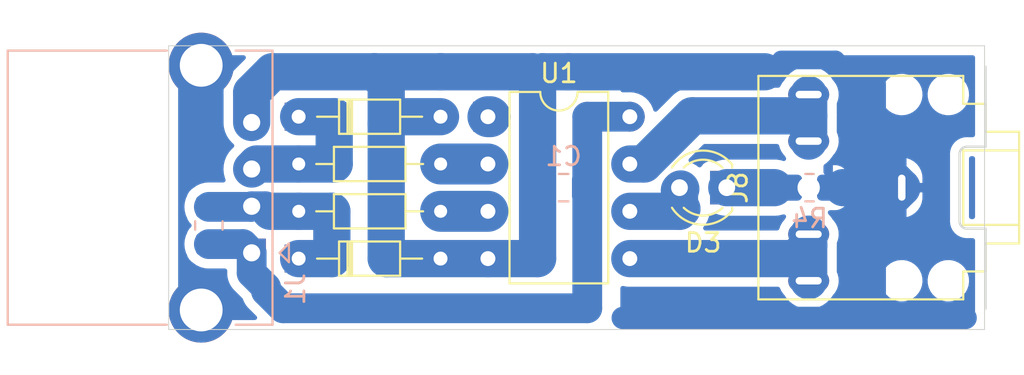
<source format=kicad_pcb>
(kicad_pcb (version 20211014) (generator pcbnew)
  (layers (0 "F.Cu" signal) (31 "B.Cu" signal) (34 "B.Paste" user) (35 "F.Paste" user) (36 "B.SilkS" user "B.Silkscreen") (37 "F.SilkS" user "F.Silkscreen") (38 "B.Mask" user) (39 "F.Mask" user) (44 "Edge.Cuts" user))
  (net 0 "")
  (net 1 "/USB_M")
  (net 2 "/PB3")
  (net 3 "/PB4")
  (net 4 "/PB0")
  (net 5 "/GND")
  (net 6 "/USB_P")
  (net 7 "/VCC")
  (net 8 "/PB2")
  (net 9 "/PB1")
  (net 10 "/PB5")
  (net 11 "Net-(D3-Pad1)")
  (net 12 "/SHIELD")
  (footprint "Resistor_THT:R_Axial_DIN0204_L3.6mm_D1.6mm_P7.62mm_Horizontal" (layer "F.Cu") (at 93.65 101.27 180)
    (fp_text reference "R1" hide)
    (fp_text value "68" hide)
    (fp_line (start 1.89 -0.92) (end 1.89 0.92) (layer "F.SilkS") (width 0.12))
    (fp_line (start 0.94 0) (end 1.89 0) (layer "F.SilkS") (width 0.12))
    (fp_line (start 5.73 -0.92) (end 1.89 -0.92) (layer "F.SilkS") (width 0.12))
    (fp_line (start 6.68 0) (end 5.73 0) (layer "F.SilkS") (width 0.12))
    (fp_line (start 5.73 0.92) (end 5.73 -0.92) (layer "F.SilkS") (width 0.12))
    (fp_line (start 1.89 0.92) (end 5.73 0.92) (layer "F.SilkS") (width 0.12))
    (pad "1" thru_hole circle locked (at 0 0 180) (size 1.4 1.4) (drill 0.7) (layers *.Cu *.Mask) (net 3 "/PB4"))
    (pad "2" thru_hole oval locked (at 7.62 0 180) (size 1.4 1.4) (drill 0.7) (layers *.Cu *.Mask) (net 1 "/USB_M"))
  )
  (footprint "Resistor_THT:R_Axial_DIN0204_L3.6mm_D1.6mm_P7.62mm_Horizontal" (layer "F.Cu") (at 93.65 98.73 180)
    (fp_text reference "R2" hide)
    (fp_text value "68" hide)
    (fp_line (start 1.89 -0.92) (end 1.89 0.92) (layer "F.SilkS") (width 0.12))
    (fp_line (start 6.68 0) (end 5.73 0) (layer "F.SilkS") (width 0.12))
    (fp_line (start 5.73 0.92) (end 5.73 -0.92) (layer "F.SilkS") (width 0.12))
    (fp_line (start 5.73 -0.92) (end 1.89 -0.92) (layer "F.SilkS") (width 0.12))
    (fp_line (start 1.89 0.92) (end 5.73 0.92) (layer "F.SilkS") (width 0.12))
    (fp_line (start 0.94 0) (end 1.89 0) (layer "F.SilkS") (width 0.12))
    (pad "1" thru_hole circle locked (at 0 0 180) (size 1.4 1.4) (drill 0.7) (layers *.Cu *.Mask) (net 2 "/PB3"))
    (pad "2" thru_hole oval locked (at 7.62 0 180) (size 1.4 1.4) (drill 0.7) (layers *.Cu *.Mask) (net 6 "/USB_P"))
  )
  (footprint "Diode_THT:D_DO-34_SOD68_P7.62mm_Horizontal" (layer "F.Cu") (at 86.025 103.81)
    (fp_text reference "D1" hide)
    (fp_text value "3.6V" hide)
    (fp_line (start 2.17 -0.92) (end 2.17 0.92) (layer "F.SilkS") (width 0.12))
    (fp_line (start 6.63 0) (end 5.45 0) (layer "F.SilkS") (width 0.12))
    (fp_line (start 5.45 -0.92) (end 2.17 -0.92) (layer "F.SilkS") (width 0.12))
    (fp_line (start 0.99 0) (end 2.17 0) (layer "F.SilkS") (width 0.12))
    (fp_line (start 2.17 0.92) (end 5.45 0.92) (layer "F.SilkS") (width 0.12))
    (fp_line (start 2.866 -0.92) (end 2.866 0.92) (layer "F.SilkS") (width 0.12))
    (fp_line (start 2.626 -0.92) (end 2.626 0.92) (layer "F.SilkS") (width 0.12))
    (fp_line (start 2.746 -0.92) (end 2.746 0.92) (layer "F.SilkS") (width 0.12))
    (fp_line (start 5.45 0.92) (end 5.45 -0.92) (layer "F.SilkS") (width 0.12))
    (pad "1" thru_hole rect locked (at 0 0) (size 1.5 1.5) (drill 0.75) (layers *.Cu *.Mask) (net 1 "/USB_M"))
    (pad "2" thru_hole oval locked (at 7.62 0) (size 1.5 1.5) (drill 0.75) (layers *.Cu *.Mask) (net 5 "/GND"))
  )
  (footprint "Diode_THT:D_DO-34_SOD68_P7.62mm_Horizontal" (layer "F.Cu") (at 86.025 96.19)
    (fp_text reference "D2" hide)
    (fp_text value "3.6V" hide)
    (fp_line (start 5.45 -0.92) (end 2.17 -0.92) (layer "F.SilkS") (width 0.12))
    (fp_line (start 2.626 -0.92) (end 2.626 0.92) (layer "F.SilkS") (width 0.12))
    (fp_line (start 2.866 -0.92) (end 2.866 0.92) (layer "F.SilkS") (width 0.12))
    (fp_line (start 5.45 0.92) (end 5.45 -0.92) (layer "F.SilkS") (width 0.12))
    (fp_line (start 2.746 -0.92) (end 2.746 0.92) (layer "F.SilkS") (width 0.12))
    (fp_line (start 0.99 0) (end 2.17 0) (layer "F.SilkS") (width 0.12))
    (fp_line (start 2.17 0.92) (end 5.45 0.92) (layer "F.SilkS") (width 0.12))
    (fp_line (start 6.63 0) (end 5.45 0) (layer "F.SilkS") (width 0.12))
    (fp_line (start 2.17 -0.92) (end 2.17 0.92) (layer "F.SilkS") (width 0.12))
    (pad "1" thru_hole rect locked (at 0 0) (size 1.5 1.5) (drill 0.75) (layers *.Cu *.Mask) (net 6 "/USB_P"))
    (pad "2" thru_hole oval locked (at 7.62 0) (size 1.5 1.5) (drill 0.75) (layers *.Cu *.Mask) (net 5 "/GND"))
  )
  (footprint "Package_DIP:DIP-8_W7.62mm" (layer "F.Cu") (at 96.19 96.19)
    (fp_text reference "U1" (at 3.81 -2.33) (layer "F.SilkS"))
    (fp_text value "ATtiny85-20PU" hide)
    (fp_line (start 6.46 -1.33) (end 4.81 -1.33) (layer "F.SilkS") (width 0.12))
    (fp_line (start 6.46 8.95) (end 6.46 -1.33) (layer "F.SilkS") (width 0.12))
    (fp_line (start 2.81 -1.33) (end 1.16 -1.33) (layer "F.SilkS") (width 0.12))
    (fp_line (start 1.16 -1.33) (end 1.16 8.95) (layer "F.SilkS") (width 0.12))
    (fp_line (start 1.16 8.95) (end 6.46 8.95) (layer "F.SilkS") (width 0.12))
    (fp_arc (start 4.81 -1.33) (mid 3.81 -0.33) (end 2.81 -1.33) (layer "F.SilkS") (width 0.12))
    (pad "1" thru_hole rect locked (at 0 0) (size 1.6 1.6) (drill 0.8) (layers *.Cu *.Mask) (net 10 "/PB5"))
    (pad "2" thru_hole oval locked (at 0 2.54) (size 1.6 1.6) (drill 0.8) (layers *.Cu *.Mask) (net 2 "/PB3"))
    (pad "3" thru_hole oval locked (at 0 5.08) (size 1.6 1.6) (drill 0.8) (layers *.Cu *.Mask) (net 3 "/PB4"))
    (pad "4" thru_hole oval locked (at 0 7.62) (size 1.6 1.6) (drill 0.8) (layers *.Cu *.Mask) (net 5 "/GND"))
    (pad "5" thru_hole oval locked (at 7.62 7.62) (size 1.6 1.6) (drill 0.8) (layers *.Cu *.Mask) (net 4 "/PB0"))
    (pad "6" thru_hole oval locked (at 7.62 5.08) (size 1.6 1.6) (drill 0.8) (layers *.Cu *.Mask) (net 9 "/PB1"))
    (pad "7" thru_hole oval locked (at 7.62 2.54) (size 1.6 1.6) (drill 0.8) (layers *.Cu *.Mask) (net 8 "/PB2"))
    (pad "8" thru_hole oval locked (at 7.62 0) (size 1.6 1.6) (drill 0.8) (layers *.Cu *.Mask) (net 7 "/VCC"))
  )
  (footprint "LED_THT:LED_D3.0mm" (layer "F.Cu") (at 109.017 100 180)
    (fp_text reference "D3" (at 1.27 -2.96) (layer "F.SilkS"))
    (fp_text value "LED")
    (fp_line (start -0.29 -1.236) (end -0.29 -1.08) (layer "F.SilkS") (width 0.12))
    (fp_line (start -0.29 1.08) (end -0.29 1.236) (layer "F.SilkS") (width 0.12))
    (fp_arc (start -0.29 -1.235516) (mid 1.366487 -1.987659) (end 2.942335 -1.078608) (layer "F.SilkS") (width 0.12))
    (fp_arc (start 2.31113 1.079837) (mid 1.270117 1.5) (end 0.229039 1.08) (layer "F.SilkS") (width 0.12))
    (fp_arc (start 0.229039 -1.08) (mid 1.270117 -1.5) (end 2.31113 -1.079837) (layer "F.SilkS") (width 0.12))
    (fp_arc (start 2.942335 1.078608) (mid 1.366487 1.987659) (end -0.29 1.235516) (layer "F.SilkS") (width 0.12))
    (pad "1" thru_hole rect (at 0 0 180) (size 1.8 1.8) (drill 0.9) (layers *.Cu *.Mask) (net 11 "Net-(D3-Pad1)"))
    (pad "2" thru_hole circle (at 2.54 0 180) (size 1.8 1.8) (drill 0.9) (layers *.Cu *.Mask) (net 9 "/PB1"))
  )
  (footprint "Connector_Audio:Jack_3.5mm_CUI_SJ1-3525N_Horizontal" (layer "F.Cu") (at 118.415 100 90)
    (fp_text reference "J8" (at 0 -8.8 90) (layer "F.SilkS"))
    (fp_text value "AudioJack2_Ground_Switch")
    (fp_line (start -3 4.5) (end -4.5 4.5) (layer "F.SilkS") (width 0.12))
    (fp_line (start -4.5 4.5) (end -4.5 3.3) (layer "F.SilkS") (width 0.12))
    (fp_line (start -2 3.3) (end -2 6.3) (layer "F.SilkS") (width 0.12))
    (fp_line (start 2 3.3) (end -2 3.3) (layer "F.SilkS") (width 0.12))
    (fp_line (start 6 -7.7) (end 6 3.3) (layer "F.SilkS") (width 0.12))
    (fp_line (start 3 4.5) (end 3 6.3) (layer "F.SilkS") (width 0.12))
    (fp_line (start 2 6.3) (end 2 3.3) (layer "F.SilkS") (width 0.12))
    (fp_line (start -6 3.3) (end -6 -7.7) (layer "F.SilkS") (width 0.12))
    (fp_line (start 3 6.3) (end -3 6.3) (layer "F.SilkS") (width 0.12))
    (fp_line (start -3 6.3) (end -3 4.5) (layer "F.SilkS") (width 0.12))
    (fp_line (start 4.5 3.3) (end 4.5 4.5) (layer "F.SilkS") (width 0.12))
    (fp_line (start 4.5 4.5) (end 3 4.5) (layer "F.SilkS") (width 0.12))
    (fp_line (start -6 -7.7) (end 6 -7.7) (layer "F.SilkS") (width 0.12))
    (fp_line (start 6 3.3) (end 4.5 3.3) (layer "F.SilkS") (width 0.12))
    (fp_line (start -4.5 3.3) (end -6 3.3) (layer "F.SilkS") (width 0.12))
    (fp_line (start -2.2 3.5) (end -2.2 4.5) (layer "Edge.Cuts") (width 0.12))
    (fp_line (start 2.2 4.5) (end 6.5 4.5) (layer "Edge.Cuts") (width 0.12))
    (fp_line (start -2.2 4.5) (end -6.5 4.5) (layer "Edge.Cuts") (width 0.12))
    (fp_line (start 1.8 3.1) (end -1.8 3.1) (layer "Edge.Cuts") (width 0.12))
    (fp_line (start 2.2 3.5) (end 2.2 4.5) (layer "Edge.Cuts") (width 0.12))
    (fp_arc (start -2.2 3.5) (mid -2.082842 3.217158) (end -1.8 3.1) (layer "Edge.Cuts") (width 0.12))
    (fp_arc (start 1.8 3.1) (mid 2.082843 3.217157) (end 2.2 3.5) (layer "Edge.Cuts") (width 0.12))
    (pad "" np_thru_hole circle (at 5 2.5 90) (size 1.2 1.2) (drill 1.2) (layers *.Cu))
    (pad "" np_thru_hole circle (at 5 0 90) (size 1.2 1.2) (drill 1.2) (layers *.Cu))
    (pad "" np_thru_hole circle (at -5 2.5 90) (size 1.2 1.2) (drill 1.2) (layers *.Cu))
    (pad "" np_thru_hole circle (at -5 0 90) (size 1.2 1.2) (drill 1.2) (layers *.Cu))
    (pad "" np_thru_hole circle (at 0 -5 90) (size 1.2 1.2) (drill 1.2) (layers *.Cu))
    (pad "R" thru_hole oval (at -5 -5 90) (size 1.2 2.2) (drill oval 0.4 1.4) (layers *.Cu *.Mask) (net 4 "/PB0"))
    (pad "RN" thru_hole oval (at -2.5 -5 90) (size 1.2 2.2) (drill oval 0.4 1.4) (layers *.Cu *.Mask) (net 4 "/PB0"))
    (pad "S" thru_hole oval (at 0 0 90) (size 2.2 1.2) (drill oval 1.4 0.4) (layers *.Cu *.Mask) (net 5 "/GND"))
    (pad "T" thru_hole oval (at 5 -5 270) (size 1.2 2.2) (drill oval 0.4 1.4) (layers *.Cu *.Mask) (net 8 "/PB2"))
    (pad "TN" thru_hole oval (at 2.5 -5 270) (size 1.2 2.2) (drill oval 0.4 1.4) (layers *.Cu *.Mask) (net 8 "/PB2"))
  )
  (footprint "Resistor_SMD:R_0805_2012Metric_Pad1.20x1.40mm_HandSolder" (layer "B.Cu") (at 81.204 102.032 90)
    (fp_text reference "R3" hide)
    (fp_text value "2.2K" hide)
    (fp_line (start -0.227064 0.735) (end 0.227064 0.735) (layer "B.SilkS") (width 0.12))
    (fp_line (start -0.227064 -0.735) (end 0.227064 -0.735) (layer "B.SilkS") (width 0.12))
    (pad "1" smd roundrect locked (at -1 0 90) (size 1.2 1.4) (layers "B.Cu" "B.Paste" "B.Mask") (roundrect_rratio 0.2083333333) (net 7 "/VCC"))
    (pad "2" smd roundrect locked (at 1 0 90) (size 1.2 1.4) (layers "B.Cu" "B.Paste" "B.Mask") (roundrect_rratio 0.2083333333) (net 1 "/USB_M"))
  )
  (footprint "Capacitor_SMD:C_0805_2012Metric_Pad1.18x1.45mm_HandSolder" (layer "B.Cu") (at 100.254 100 180)
    (fp_text reference "C1" (at 0 1.68) (layer "B.SilkS") (effects (justify mirror)))
    (fp_text value "0.1")
    (fp_line (start -0.261252 0.735) (end 0.261252 0.735) (layer "B.SilkS") (width 0.12))
    (fp_line (start -0.261252 -0.735) (end 0.261252 -0.735) (layer "B.SilkS") (width 0.12))
    (pad "1" smd roundrect locked (at -1.0375 0 180) (size 1.175 1.45) (layers "B.Cu" "B.Paste" "B.Mask") (roundrect_rratio 0.2127659574) (net 7 "/VCC"))
    (pad "2" smd roundrect locked (at 1.0375 0 180) (size 1.175 1.45) (layers "B.Cu" "B.Paste" "B.Mask") (roundrect_rratio 0.2127659574) (net 5 "/GND"))
  )
  (footprint "Connector_USB:USB_A_CONNFLY_DS1095-WNR0" (layer "B.Cu") (at 83.5025 103.5 90)
    (fp_text reference "J1" (at -1.95 2.35 90) (layer "B.SilkS") (effects (justify mirror)))
    (fp_text value "USB_A")
    (fp_line (start -3.86 1.12) (end -3.86 -0.86) (layer "B.SilkS") (width 0.12))
    (fp_line (start 0.5 2) (end -0.5 2) (layer "B.SilkS") (width 0.12))
    (fp_line (start -3.86 1.12) (end 10.86 1.12) (layer "B.SilkS") (width 0.12))
    (fp_line (start 0 1.5) (end 0.5 2) (layer "B.SilkS") (width 0.12))
    (fp_line (start -3.86 -4.56) (end -3.86 -13.1) (layer "B.SilkS") (width 0.12))
    (fp_line (start -0.5 2) (end 0 1.5) (layer "B.SilkS") (width 0.12))
    (fp_line (start -3.86 -13.1) (end 10.86 -13.1) (layer "B.SilkS") (width 0.12))
    (fp_line (start 10.86 -0.86) (end 10.86 1.12) (layer "B.SilkS") (width 0.12))
    (fp_line (start 10.86 -4.56) (end 10.86 -13.1) (layer "B.SilkS") (width 0.12))
    (pad "1" thru_hole rect (at 0 0 90) (size 1.524 1.524) (drill 0.92) (layers *.Cu *.Mask) (net 7 "/VCC"))
    (pad "2" thru_hole circle (at 2.5 0 90) (size 1.524 1.524) (drill 0.92) (layers *.Cu *.Mask) (net 1 "/USB_M"))
    (pad "3" thru_hole circle (at 4.5 0 90) (size 1.524 1.524) (drill 0.92) (layers *.Cu *.Mask) (net 6 "/USB_P"))
    (pad "4" thru_hole circle (at 7 0 90) (size 1.524 1.524) (drill 0.92) (layers *.Cu *.Mask) (net 5 "/GND"))
    (pad "5" thru_hole circle (at 10.07 -2.71 90) (size 3.5 3.5) (drill 2.3) (layers *.Cu *.Mask) (net 12 "/SHIELD"))
    (pad "5" thru_hole circle (at -3.07 -2.71 90) (size 3.5 3.5) (drill 2.3) (layers *.Cu *.Mask) (net 12 "/SHIELD"))
  )
  (footprint "Resistor_SMD:R_0805_2012Metric_Pad1.20x1.40mm_HandSolder" (layer "B.Cu") (at 113.462 100)
    (fp_text reference "R4" (at 0 1.65) (layer "B.SilkS") (effects (justify mirror)))
    (fp_text value "1k")
    (fp_line (start -0.227064 0.735) (end 0.227064 0.735) (layer "B.SilkS") (width 0.12))
    (fp_line (start -0.227064 -0.735) (end 0.227064 -0.735) (layer "B.SilkS") (width 0.12))
    (pad "1" smd roundrect (at -1 0) (size 1.2 1.4) (layers "B.Cu" "B.Paste" "B.Mask") (roundrect_rratio 0.208333) (net 11 "Net-(D3-Pad1)"))
    (pad "2" smd roundrect (at 1 0) (size 1.2 1.4) (layers "B.Cu" "B.Paste" "B.Mask") (roundrect_rratio 0.208333) (net 5 "/GND"))
  )
  (gr_line (start 79.045 92.38) (end 79.045 107.62) (layer "Edge.Cuts") (width 0.05))
  (gr_line (start 122.86 92.38) (end 122.86 107.62) (layer "Edge.Cuts") (width 0.05))
  (gr_line (start 79.045 92.38) (end 122.86 92.38) (layer "Edge.Cuts") (width 0.05))
  (gr_line (start 79.045 107.62) (end 122.86 107.62) (layer "Edge.Cuts") (width 0.05))
  (segment (start 83.4705 101.032) (end 83.5025 101) (width 1.6) (layer "B.Cu") (net 1))
  (segment (start 84.236 101) (end 84.506 101.27) (width 1.6) (layer "B.Cu") (net 1))
  (segment (start 81.204 101.032) (end 83.4705 101.032) (width 1.6) (layer "B.Cu") (net 1))
  (segment (start 87.808 101.27) (end 87.808 103.81) (width 2) (layer "B.Cu") (net 1))
  (segment (start 86.03 101.27) (end 87.808 101.27) (width 2) (layer "B.Cu") (net 1))
  (segment (start 86.03 101.27) (end 84.506 101.27) (width 2) (layer "B.Cu") (net 1))
  (segment (start 83.5025 101) (end 84.236 101) (width 1.6) (layer "B.Cu") (net 1))
  (segment (start 87.808 103.81) (end 86.025 103.81) (width 2) (layer "B.Cu") (net 1))
  (segment (start 96.19 98.73) (end 93.65 98.73) (width 2.2) (layer "B.Cu") (net 2))
  (segment (start 96.19 101.27) (end 93.65 101.27) (width 2.2) (layer "B.Cu") (net 3))
  (segment (start 113.415 103.095) (end 113.415 102.5) (width 2) (layer "B.Cu") (net 4))
  (segment (start 113.415 105) (end 113.415 103.095) (width 2) (layer "B.Cu") (net 4))
  (segment (start 103.81 103.81) (end 112.7 103.81) (width 2) (layer "B.Cu") (net 4))
  (segment (start 112.7 103.81) (end 113.415 103.095) (width 2) (layer "B.Cu") (net 4))
  (segment (start 98.857 94.031) (end 98.857 103.81) (width 2) (layer "B.Cu") (net 5))
  (segment (start 93.645 96.19) (end 91.11 96.19) (width 2) (layer "B.Cu") (net 5))
  (segment (start 98.857 94.031) (end 99.111 93.777) (width 2) (layer "B.Cu") (net 5))
  (segment (start 93.65 93.777) (end 98.603 93.777) (width 2) (layer "B.Cu") (net 5))
  (segment (start 114.859 93.142) (end 111.938 93.142) (width 1) (layer "B.Cu") (net 5))
  (segment (start 90.729 96.571) (end 90.729 94.412) (width 2) (layer "B.Cu") (net 5))
  (segment (start 100.508 93.777) (end 111.049 93.777) (width 2) (layer "B.Cu") (net 5))
  (segment (start 91.11 96.19) (end 90.729 96.571) (width 2) (layer "B.Cu") (net 5))
  (segment (start 116.565479 101.849521) (end 116.565479 106.151479) (width 2) (layer "B.Cu") (net 5))
  (segment (start 84.61674 93.777) (end 90.094 93.777) (width 2) (layer "B.Cu") (net 5))
  (segment (start 116.565479 98.150479) (end 116.565479 94.467479) (width 2) (layer "B.Cu") (net 5))
  (segment (start 93.65 93.777) (end 93.645 93.782) (width 2) (layer "B.Cu") (net 5))
  (segment (start 115.24 106.99548) (end 121.844 106.99548) (width 1.2) (layer "B.Cu") (net 5))
  (segment (start 83.5025 94.89124) (end 84.61674 93.777) (width 2) (layer "B.Cu") (net 5))
  (segment (start 90.729 103.81) (end 90.729 96.571) (width 2) (layer "B.Cu") (net 5))
  (segment (start 115.24 106.99548) (end 103.429 106.99548) (width 1.2) (layer "B.Cu") (net 5))
  (segment (start 116.51 106.206958) (end 116.51 106.59548) (width 2) (layer "B.Cu") (net 5))
  (segment (start 98.857 103.81) (end 96.19 103.81) (width 2) (layer "B.Cu") (net 5))
  (segment (start 118.415 100) (end 116.565479 98.150479) (width 2) (layer "B.Cu") (net 5))
  (segment (start 114.859 93.142) (end 116.184479 94.467479) (width 1) (layer "B.Cu") (net 5))
  (segment (start 90.094 93.777) (end 93.65 93.777) (width 2) (layer "B.Cu") (net 5))
  (segment (start 90.729 94.412) (end 90.094 93.777) (width 2) (layer "B.Cu") (net 5))
  (segment (start 98.603 93.777) (end 98.857 94.031) (width 2) (layer "B.Cu") (net 5))
  (segment (start 99.111 93.777) (end 100.508 93.777) (width 2) (layer "B.Cu") (net 5))
  (segment (start 83.5025 96.5) (end 83.5025 94.89124) (width 2) (layer "B.Cu") (net 5))
  (segment (start 118.415 100) (end 115.264521 100) (width 2) (layer "B.Cu") (net 5))
  (segment (start 96.19 103.81) (end 90.729 103.81) (width 2) (layer "B.Cu") (net 5))
  (segment (start 116.565479 101.849521) (end 118.415 100) (width 2) (layer "B.Cu") (net 5))
  (segment (start 116.565479 106.151479) (end 116.51 106.206958) (width 2) (layer "B.Cu") (net 5))
  (segment (start 116.184479 94.467479) (end 116.565479 94.467479) (width 1) (layer "B.Cu") (net 5))
  (segment (start 86.025 96.19) (end 87.935 96.19) (width 2) (layer "B.Cu") (net 6))
  (segment (start 86.03 98.73) (end 83.7725 98.73) (width 2) (layer "B.Cu") (net 6))
  (segment (start 87.935 98.73) (end 86.03 98.73) (width 2) (layer "B.Cu") (net 6))
  (segment (start 87.935 96.19) (end 87.935 98.73) (width 2) (layer "B.Cu") (net 6))
  (segment (start 83.7725 98.73) (end 83.5025 99) (width 2) (layer "B.Cu") (net 6))
  (segment (start 103.81 96.19) (end 101.524 96.19) (width 1.6) (layer "B.Cu") (net 7))
  (segment (start 84.275489 105.357489) (end 83.5025 104.5845) (width 1.6) (layer "B.Cu") (net 7))
  (segment (start 101.524 96.19) (end 101.524 106.477) (width 1.6) (layer "B.Cu") (net 7))
  (segment (start 81.204 103.032) (end 83.0345 103.032) (width 1.6) (layer "B.Cu") (net 7))
  (segment (start 84.275489 105.559511) (end 84.275489 105.357489) (width 1.6) (layer "B.Cu") (net 7))
  (segment (start 83.5025 104.5845) (end 83.5025 103.5) (width 1.6) (layer "B.Cu") (net 7))
  (segment (start 83.0345 103.032) (end 83.5025 103.5) (width 1.6) (layer "B.Cu") (net 7))
  (segment (start 85.192978 106.477) (end 84.275489 105.559511) (width 1.6) (layer "B.Cu") (net 7))
  (segment (start 101.524 106.477) (end 85.192978 106.477) (width 1.6) (layer "B.Cu") (net 7))
  (segment (start 104.572 98.73) (end 107.159 96.143) (width 2) (layer "B.Cu") (net 8))
  (segment (start 113.415 97.5) (end 113.415 96.143) (width 2) (layer "B.Cu") (net 8))
  (segment (start 107.159 96.143) (end 113.415 96.143) (width 2) (layer "B.Cu") (net 8))
  (segment (start 113.415 96.143) (end 113.415 95) (width 2) (layer "B.Cu") (net 8))
  (segment (start 103.81 98.73) (end 104.572 98.73) (width 2) (layer "B.Cu") (net 8))
  (segment (start 106.477 101.27) (end 106.604 101.143) (width 2) (layer "B.Cu") (net 9))
  (segment (start 106.604 101.143) (end 106.477 101.016) (width 2) (layer "B.Cu") (net 9))
  (segment (start 103.81 101.27) (end 106.477 101.27) (width 2) (layer "B.Cu") (net 9))
  (segment (start 106.477 100.141434) (end 106.547717 100.070717) (width 2) (layer "B.Cu") (net 9))
  (segment (start 106.477 101.016) (end 106.477 100.141434) (width 2) (layer "B.Cu") (net 9))
  (segment (start 96.19 96.19) (end 96.317 96.19) (width 2.2) (layer "B.Cu") (net 10))
  (segment (start 109.017 100) (end 111.565479 100) (width 2) (layer "B.Cu") (net 11))
  (segment (start 80.7925 93.43) (end 80.7925 94.0005) (width 2) (layer "B.Cu") (net 12))
  (zone (net 12) (net_name "/SHIELD") (layer "B.Cu") (connect_pads yes (clearance 0.508)) (min_thickness 0.254) (fill yes (thermal_gap 0.508) (thermal_bridge_width 0.508) (island_removal_mode 1) (island_area_min 0))
    (polygon (pts (xy 85.014 107.62) (xy 79.045 107.62) (xy 79.045 92.38) (xy 85.014 92.38)))
  )
  (zone (net 5) (net_name "/GND") (layer "B.Cu") (connect_pads (clearance 0.508)) (min_thickness 0.254) (fill yes (thermal_gap 0.508) (thermal_bridge_width 0.508) (island_removal_mode 1) (island_area_min 0))
    (polygon (pts (xy 122.86 107.62) (xy 103.302 107.62) (xy 103.302 92.38) (xy 122.86 92.38)))
  )
)
</source>
